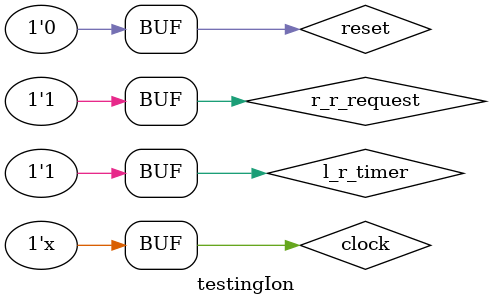
<source format=v>
`timescale 1us / 1ps

module testingIon;

	// Inputs
	reg clock;
	reg reset;

	// Outputs
	wire sensor_stream_ready;
	wire [109:0] data_out;
	wire [5:0] i0;

	// Instantiate the Unit Under Test (UUT)
	ion uut(
		.clock(clock),
		.reset(reset),
		.data_request(request),
		.data_valid(sensor_stream_ready),
		.i(i0)
	);
	
	DS0 stream0(.index(i0), .data(data_out));
	
	wire request;
	wire [31:0] timer, n_timer;
	wire l_r_timer, r_r_timer, timer_done, timer_reset;
	wire r_r_request, e_r_request;
	parameter timer_cap = 32'd500000, timer_reset_cap = 32'd500001;
	assign l_r_timer = 1'b1;
	assign r_r_timer = ~(reset | timer_reset);
	adder_subtractor_32bit a_timer(.a(timer), .b(32'd1), .want_subtract(1'b0), .c_out(), .s(n_timer) );
	register_32bit_enable_async r_timer(.clk(clock), .resetn(r_r_timer), .enable(l_r_timer), .select(l_r_timer), .d(n_timer), .q(timer) );
	assign timer_done = (timer == timer_cap) ? 1'b1 : 1'b0;
	assign timer_reset = (timer == timer_reset_cap) ? 1'b1 : 1'b0;
	assign r_r_request = ~reset;
	assign e_r_request = timer_done;
	T_FF_Enable_Async r_request(.clk(clock), .resetn(r_r_request), .enable(e_r_request), .q(request));
	
	always begin
		#1 clock = !clock;
	end

	initial begin
		// Initialize Inputs
		clock = 0;
		reset = 1;

		// Wait 100 us for global reset to finish
		#100;
        
		// Add stimulus here
		#0 reset = 1'b0;
	end
	
endmodule


</source>
